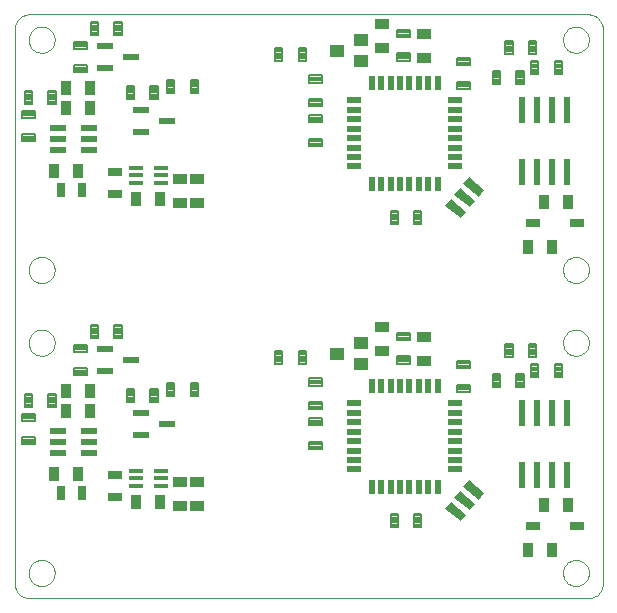
<source format=gtp>
G75*
%MOIN*%
%OFA0B0*%
%FSLAX24Y24*%
%IPPOS*%
%LPD*%
%AMOC8*
5,1,8,0,0,1.08239X$1,22.5*
%
%ADD10C,0.0000*%
%ADD11R,0.0520X0.0220*%
%ADD12R,0.0315X0.0472*%
%ADD13C,0.0079*%
%ADD14R,0.0355X0.0512*%
%ADD15R,0.0450X0.0400*%
%ADD16R,0.0236X0.0866*%
%ADD17R,0.0460X0.0140*%
%ADD18R,0.0472X0.0315*%
%ADD19R,0.0512X0.0355*%
%ADD20R,0.0472X0.0276*%
%ADD21R,0.0276X0.0669*%
%ADD22R,0.0210X0.0500*%
%ADD23R,0.0500X0.0210*%
D10*
X005610Y001350D02*
X005610Y019820D01*
X005612Y019864D01*
X005618Y019907D01*
X005627Y019949D01*
X005640Y019991D01*
X005657Y020031D01*
X005677Y020070D01*
X005700Y020107D01*
X005727Y020141D01*
X005756Y020174D01*
X005789Y020203D01*
X005823Y020230D01*
X005860Y020253D01*
X005899Y020273D01*
X005939Y020290D01*
X005981Y020303D01*
X006023Y020312D01*
X006066Y020318D01*
X006110Y020320D01*
X024716Y020320D01*
X024760Y020318D01*
X024803Y020312D01*
X024845Y020303D01*
X024887Y020290D01*
X024927Y020273D01*
X024966Y020253D01*
X025003Y020230D01*
X025037Y020203D01*
X025070Y020174D01*
X025099Y020141D01*
X025126Y020107D01*
X025149Y020070D01*
X025169Y020031D01*
X025186Y019991D01*
X025199Y019949D01*
X025208Y019907D01*
X025214Y019864D01*
X025216Y019820D01*
X025216Y001350D01*
X025214Y001306D01*
X025208Y001263D01*
X025199Y001221D01*
X025186Y001179D01*
X025169Y001139D01*
X025149Y001100D01*
X025126Y001063D01*
X025099Y001029D01*
X025070Y000996D01*
X025037Y000967D01*
X025003Y000940D01*
X024966Y000917D01*
X024927Y000897D01*
X024887Y000880D01*
X024845Y000867D01*
X024803Y000858D01*
X024760Y000852D01*
X024716Y000850D01*
X006110Y000850D01*
X006066Y000852D01*
X006023Y000858D01*
X005981Y000867D01*
X005939Y000880D01*
X005899Y000897D01*
X005860Y000917D01*
X005823Y000940D01*
X005789Y000967D01*
X005756Y000996D01*
X005727Y001029D01*
X005700Y001063D01*
X005677Y001100D01*
X005657Y001139D01*
X005640Y001179D01*
X005627Y001221D01*
X005618Y001263D01*
X005612Y001306D01*
X005610Y001350D01*
X006075Y001698D02*
X006077Y001739D01*
X006083Y001780D01*
X006093Y001820D01*
X006106Y001859D01*
X006123Y001896D01*
X006144Y001932D01*
X006168Y001966D01*
X006195Y001997D01*
X006224Y002025D01*
X006257Y002051D01*
X006291Y002073D01*
X006328Y002092D01*
X006366Y002107D01*
X006406Y002119D01*
X006446Y002127D01*
X006487Y002131D01*
X006529Y002131D01*
X006570Y002127D01*
X006610Y002119D01*
X006650Y002107D01*
X006688Y002092D01*
X006724Y002073D01*
X006759Y002051D01*
X006792Y002025D01*
X006821Y001997D01*
X006848Y001966D01*
X006872Y001932D01*
X006893Y001896D01*
X006910Y001859D01*
X006923Y001820D01*
X006933Y001780D01*
X006939Y001739D01*
X006941Y001698D01*
X006939Y001657D01*
X006933Y001616D01*
X006923Y001576D01*
X006910Y001537D01*
X006893Y001500D01*
X006872Y001464D01*
X006848Y001430D01*
X006821Y001399D01*
X006792Y001371D01*
X006759Y001345D01*
X006725Y001323D01*
X006688Y001304D01*
X006650Y001289D01*
X006610Y001277D01*
X006570Y001269D01*
X006529Y001265D01*
X006487Y001265D01*
X006446Y001269D01*
X006406Y001277D01*
X006366Y001289D01*
X006328Y001304D01*
X006292Y001323D01*
X006257Y001345D01*
X006224Y001371D01*
X006195Y001399D01*
X006168Y001430D01*
X006144Y001464D01*
X006123Y001500D01*
X006106Y001537D01*
X006093Y001576D01*
X006083Y001616D01*
X006077Y001657D01*
X006075Y001698D01*
X006075Y009372D02*
X006077Y009413D01*
X006083Y009454D01*
X006093Y009494D01*
X006106Y009533D01*
X006123Y009570D01*
X006144Y009606D01*
X006168Y009640D01*
X006195Y009671D01*
X006224Y009699D01*
X006257Y009725D01*
X006291Y009747D01*
X006328Y009766D01*
X006366Y009781D01*
X006406Y009793D01*
X006446Y009801D01*
X006487Y009805D01*
X006529Y009805D01*
X006570Y009801D01*
X006610Y009793D01*
X006650Y009781D01*
X006688Y009766D01*
X006724Y009747D01*
X006759Y009725D01*
X006792Y009699D01*
X006821Y009671D01*
X006848Y009640D01*
X006872Y009606D01*
X006893Y009570D01*
X006910Y009533D01*
X006923Y009494D01*
X006933Y009454D01*
X006939Y009413D01*
X006941Y009372D01*
X006939Y009331D01*
X006933Y009290D01*
X006923Y009250D01*
X006910Y009211D01*
X006893Y009174D01*
X006872Y009138D01*
X006848Y009104D01*
X006821Y009073D01*
X006792Y009045D01*
X006759Y009019D01*
X006725Y008997D01*
X006688Y008978D01*
X006650Y008963D01*
X006610Y008951D01*
X006570Y008943D01*
X006529Y008939D01*
X006487Y008939D01*
X006446Y008943D01*
X006406Y008951D01*
X006366Y008963D01*
X006328Y008978D01*
X006292Y008997D01*
X006257Y009019D01*
X006224Y009045D01*
X006195Y009073D01*
X006168Y009104D01*
X006144Y009138D01*
X006123Y009174D01*
X006106Y009211D01*
X006093Y009250D01*
X006083Y009290D01*
X006077Y009331D01*
X006075Y009372D01*
X006075Y011798D02*
X006077Y011839D01*
X006083Y011880D01*
X006093Y011920D01*
X006106Y011959D01*
X006123Y011996D01*
X006144Y012032D01*
X006168Y012066D01*
X006195Y012097D01*
X006224Y012125D01*
X006257Y012151D01*
X006291Y012173D01*
X006328Y012192D01*
X006366Y012207D01*
X006406Y012219D01*
X006446Y012227D01*
X006487Y012231D01*
X006529Y012231D01*
X006570Y012227D01*
X006610Y012219D01*
X006650Y012207D01*
X006688Y012192D01*
X006724Y012173D01*
X006759Y012151D01*
X006792Y012125D01*
X006821Y012097D01*
X006848Y012066D01*
X006872Y012032D01*
X006893Y011996D01*
X006910Y011959D01*
X006923Y011920D01*
X006933Y011880D01*
X006939Y011839D01*
X006941Y011798D01*
X006939Y011757D01*
X006933Y011716D01*
X006923Y011676D01*
X006910Y011637D01*
X006893Y011600D01*
X006872Y011564D01*
X006848Y011530D01*
X006821Y011499D01*
X006792Y011471D01*
X006759Y011445D01*
X006725Y011423D01*
X006688Y011404D01*
X006650Y011389D01*
X006610Y011377D01*
X006570Y011369D01*
X006529Y011365D01*
X006487Y011365D01*
X006446Y011369D01*
X006406Y011377D01*
X006366Y011389D01*
X006328Y011404D01*
X006292Y011423D01*
X006257Y011445D01*
X006224Y011471D01*
X006195Y011499D01*
X006168Y011530D01*
X006144Y011564D01*
X006123Y011600D01*
X006106Y011637D01*
X006093Y011676D01*
X006083Y011716D01*
X006077Y011757D01*
X006075Y011798D01*
X006075Y019472D02*
X006077Y019513D01*
X006083Y019554D01*
X006093Y019594D01*
X006106Y019633D01*
X006123Y019670D01*
X006144Y019706D01*
X006168Y019740D01*
X006195Y019771D01*
X006224Y019799D01*
X006257Y019825D01*
X006291Y019847D01*
X006328Y019866D01*
X006366Y019881D01*
X006406Y019893D01*
X006446Y019901D01*
X006487Y019905D01*
X006529Y019905D01*
X006570Y019901D01*
X006610Y019893D01*
X006650Y019881D01*
X006688Y019866D01*
X006724Y019847D01*
X006759Y019825D01*
X006792Y019799D01*
X006821Y019771D01*
X006848Y019740D01*
X006872Y019706D01*
X006893Y019670D01*
X006910Y019633D01*
X006923Y019594D01*
X006933Y019554D01*
X006939Y019513D01*
X006941Y019472D01*
X006939Y019431D01*
X006933Y019390D01*
X006923Y019350D01*
X006910Y019311D01*
X006893Y019274D01*
X006872Y019238D01*
X006848Y019204D01*
X006821Y019173D01*
X006792Y019145D01*
X006759Y019119D01*
X006725Y019097D01*
X006688Y019078D01*
X006650Y019063D01*
X006610Y019051D01*
X006570Y019043D01*
X006529Y019039D01*
X006487Y019039D01*
X006446Y019043D01*
X006406Y019051D01*
X006366Y019063D01*
X006328Y019078D01*
X006292Y019097D01*
X006257Y019119D01*
X006224Y019145D01*
X006195Y019173D01*
X006168Y019204D01*
X006144Y019238D01*
X006123Y019274D01*
X006106Y019311D01*
X006093Y019350D01*
X006083Y019390D01*
X006077Y019431D01*
X006075Y019472D01*
X023885Y019472D02*
X023887Y019513D01*
X023893Y019554D01*
X023903Y019594D01*
X023916Y019633D01*
X023933Y019670D01*
X023954Y019706D01*
X023978Y019740D01*
X024005Y019771D01*
X024034Y019799D01*
X024067Y019825D01*
X024101Y019847D01*
X024138Y019866D01*
X024176Y019881D01*
X024216Y019893D01*
X024256Y019901D01*
X024297Y019905D01*
X024339Y019905D01*
X024380Y019901D01*
X024420Y019893D01*
X024460Y019881D01*
X024498Y019866D01*
X024534Y019847D01*
X024569Y019825D01*
X024602Y019799D01*
X024631Y019771D01*
X024658Y019740D01*
X024682Y019706D01*
X024703Y019670D01*
X024720Y019633D01*
X024733Y019594D01*
X024743Y019554D01*
X024749Y019513D01*
X024751Y019472D01*
X024749Y019431D01*
X024743Y019390D01*
X024733Y019350D01*
X024720Y019311D01*
X024703Y019274D01*
X024682Y019238D01*
X024658Y019204D01*
X024631Y019173D01*
X024602Y019145D01*
X024569Y019119D01*
X024535Y019097D01*
X024498Y019078D01*
X024460Y019063D01*
X024420Y019051D01*
X024380Y019043D01*
X024339Y019039D01*
X024297Y019039D01*
X024256Y019043D01*
X024216Y019051D01*
X024176Y019063D01*
X024138Y019078D01*
X024102Y019097D01*
X024067Y019119D01*
X024034Y019145D01*
X024005Y019173D01*
X023978Y019204D01*
X023954Y019238D01*
X023933Y019274D01*
X023916Y019311D01*
X023903Y019350D01*
X023893Y019390D01*
X023887Y019431D01*
X023885Y019472D01*
X023885Y011798D02*
X023887Y011839D01*
X023893Y011880D01*
X023903Y011920D01*
X023916Y011959D01*
X023933Y011996D01*
X023954Y012032D01*
X023978Y012066D01*
X024005Y012097D01*
X024034Y012125D01*
X024067Y012151D01*
X024101Y012173D01*
X024138Y012192D01*
X024176Y012207D01*
X024216Y012219D01*
X024256Y012227D01*
X024297Y012231D01*
X024339Y012231D01*
X024380Y012227D01*
X024420Y012219D01*
X024460Y012207D01*
X024498Y012192D01*
X024534Y012173D01*
X024569Y012151D01*
X024602Y012125D01*
X024631Y012097D01*
X024658Y012066D01*
X024682Y012032D01*
X024703Y011996D01*
X024720Y011959D01*
X024733Y011920D01*
X024743Y011880D01*
X024749Y011839D01*
X024751Y011798D01*
X024749Y011757D01*
X024743Y011716D01*
X024733Y011676D01*
X024720Y011637D01*
X024703Y011600D01*
X024682Y011564D01*
X024658Y011530D01*
X024631Y011499D01*
X024602Y011471D01*
X024569Y011445D01*
X024535Y011423D01*
X024498Y011404D01*
X024460Y011389D01*
X024420Y011377D01*
X024380Y011369D01*
X024339Y011365D01*
X024297Y011365D01*
X024256Y011369D01*
X024216Y011377D01*
X024176Y011389D01*
X024138Y011404D01*
X024102Y011423D01*
X024067Y011445D01*
X024034Y011471D01*
X024005Y011499D01*
X023978Y011530D01*
X023954Y011564D01*
X023933Y011600D01*
X023916Y011637D01*
X023903Y011676D01*
X023893Y011716D01*
X023887Y011757D01*
X023885Y011798D01*
X023885Y009372D02*
X023887Y009413D01*
X023893Y009454D01*
X023903Y009494D01*
X023916Y009533D01*
X023933Y009570D01*
X023954Y009606D01*
X023978Y009640D01*
X024005Y009671D01*
X024034Y009699D01*
X024067Y009725D01*
X024101Y009747D01*
X024138Y009766D01*
X024176Y009781D01*
X024216Y009793D01*
X024256Y009801D01*
X024297Y009805D01*
X024339Y009805D01*
X024380Y009801D01*
X024420Y009793D01*
X024460Y009781D01*
X024498Y009766D01*
X024534Y009747D01*
X024569Y009725D01*
X024602Y009699D01*
X024631Y009671D01*
X024658Y009640D01*
X024682Y009606D01*
X024703Y009570D01*
X024720Y009533D01*
X024733Y009494D01*
X024743Y009454D01*
X024749Y009413D01*
X024751Y009372D01*
X024749Y009331D01*
X024743Y009290D01*
X024733Y009250D01*
X024720Y009211D01*
X024703Y009174D01*
X024682Y009138D01*
X024658Y009104D01*
X024631Y009073D01*
X024602Y009045D01*
X024569Y009019D01*
X024535Y008997D01*
X024498Y008978D01*
X024460Y008963D01*
X024420Y008951D01*
X024380Y008943D01*
X024339Y008939D01*
X024297Y008939D01*
X024256Y008943D01*
X024216Y008951D01*
X024176Y008963D01*
X024138Y008978D01*
X024102Y008997D01*
X024067Y009019D01*
X024034Y009045D01*
X024005Y009073D01*
X023978Y009104D01*
X023954Y009138D01*
X023933Y009174D01*
X023916Y009211D01*
X023903Y009250D01*
X023893Y009290D01*
X023887Y009331D01*
X023885Y009372D01*
X023885Y001698D02*
X023887Y001739D01*
X023893Y001780D01*
X023903Y001820D01*
X023916Y001859D01*
X023933Y001896D01*
X023954Y001932D01*
X023978Y001966D01*
X024005Y001997D01*
X024034Y002025D01*
X024067Y002051D01*
X024101Y002073D01*
X024138Y002092D01*
X024176Y002107D01*
X024216Y002119D01*
X024256Y002127D01*
X024297Y002131D01*
X024339Y002131D01*
X024380Y002127D01*
X024420Y002119D01*
X024460Y002107D01*
X024498Y002092D01*
X024534Y002073D01*
X024569Y002051D01*
X024602Y002025D01*
X024631Y001997D01*
X024658Y001966D01*
X024682Y001932D01*
X024703Y001896D01*
X024720Y001859D01*
X024733Y001820D01*
X024743Y001780D01*
X024749Y001739D01*
X024751Y001698D01*
X024749Y001657D01*
X024743Y001616D01*
X024733Y001576D01*
X024720Y001537D01*
X024703Y001500D01*
X024682Y001464D01*
X024658Y001430D01*
X024631Y001399D01*
X024602Y001371D01*
X024569Y001345D01*
X024535Y001323D01*
X024498Y001304D01*
X024460Y001289D01*
X024420Y001277D01*
X024380Y001269D01*
X024339Y001265D01*
X024297Y001265D01*
X024256Y001269D01*
X024216Y001277D01*
X024176Y001289D01*
X024138Y001304D01*
X024102Y001323D01*
X024067Y001345D01*
X024034Y001371D01*
X024005Y001399D01*
X023978Y001430D01*
X023954Y001464D01*
X023933Y001500D01*
X023916Y001537D01*
X023903Y001576D01*
X023893Y001616D01*
X023887Y001657D01*
X023885Y001698D01*
D11*
X010690Y006650D03*
X009830Y006280D03*
X009830Y007020D03*
X008630Y008430D03*
X008630Y009170D03*
X009490Y008800D03*
X008070Y006420D03*
X008070Y006050D03*
X008070Y005680D03*
X007050Y005680D03*
X007050Y006050D03*
X007050Y006420D03*
X007050Y015780D03*
X007050Y016150D03*
X007050Y016520D03*
X008070Y016520D03*
X008070Y016150D03*
X008070Y015780D03*
X009830Y016380D03*
X009830Y017120D03*
X010690Y016750D03*
X008630Y018530D03*
X008630Y019270D03*
X009490Y018900D03*
D12*
X007864Y014450D03*
X007156Y014450D03*
X007156Y004350D03*
X007864Y004350D03*
D13*
X005843Y005988D02*
X005843Y006224D01*
X006277Y006224D01*
X006277Y005988D01*
X005843Y005988D01*
X005843Y006066D02*
X006277Y006066D01*
X006277Y006144D02*
X005843Y006144D01*
X005843Y006222D02*
X006277Y006222D01*
X005843Y006776D02*
X005843Y007012D01*
X006277Y007012D01*
X006277Y006776D01*
X005843Y006776D01*
X005843Y006854D02*
X006277Y006854D01*
X006277Y006932D02*
X005843Y006932D01*
X005843Y007010D02*
X006277Y007010D01*
X006184Y007233D02*
X005948Y007233D01*
X005948Y007667D01*
X006184Y007667D01*
X006184Y007233D01*
X006184Y007311D02*
X005948Y007311D01*
X005948Y007389D02*
X006184Y007389D01*
X006184Y007467D02*
X005948Y007467D01*
X005948Y007545D02*
X006184Y007545D01*
X006184Y007623D02*
X005948Y007623D01*
X006736Y007233D02*
X006972Y007233D01*
X006736Y007233D02*
X006736Y007667D01*
X006972Y007667D01*
X006972Y007233D01*
X006972Y007311D02*
X006736Y007311D01*
X006736Y007389D02*
X006972Y007389D01*
X006972Y007467D02*
X006736Y007467D01*
X006736Y007545D02*
X006972Y007545D01*
X006972Y007623D02*
X006736Y007623D01*
X007593Y008288D02*
X007593Y008524D01*
X008027Y008524D01*
X008027Y008288D01*
X007593Y008288D01*
X007593Y008366D02*
X008027Y008366D01*
X008027Y008444D02*
X007593Y008444D01*
X007593Y008522D02*
X008027Y008522D01*
X007593Y009076D02*
X007593Y009312D01*
X008027Y009312D01*
X008027Y009076D01*
X007593Y009076D01*
X007593Y009154D02*
X008027Y009154D01*
X008027Y009232D02*
X007593Y009232D01*
X007593Y009310D02*
X008027Y009310D01*
X008148Y009967D02*
X008384Y009967D01*
X008384Y009533D01*
X008148Y009533D01*
X008148Y009967D01*
X008148Y009611D02*
X008384Y009611D01*
X008384Y009689D02*
X008148Y009689D01*
X008148Y009767D02*
X008384Y009767D01*
X008384Y009845D02*
X008148Y009845D01*
X008148Y009923D02*
X008384Y009923D01*
X008936Y009967D02*
X009172Y009967D01*
X009172Y009533D01*
X008936Y009533D01*
X008936Y009967D01*
X008936Y009611D02*
X009172Y009611D01*
X009172Y009689D02*
X008936Y009689D01*
X008936Y009767D02*
X009172Y009767D01*
X009172Y009845D02*
X008936Y009845D01*
X008936Y009923D02*
X009172Y009923D01*
X010698Y008017D02*
X010934Y008017D01*
X010934Y007583D01*
X010698Y007583D01*
X010698Y008017D01*
X010698Y007661D02*
X010934Y007661D01*
X010934Y007739D02*
X010698Y007739D01*
X010698Y007817D02*
X010934Y007817D01*
X010934Y007895D02*
X010698Y007895D01*
X010698Y007973D02*
X010934Y007973D01*
X011486Y008017D02*
X011722Y008017D01*
X011722Y007583D01*
X011486Y007583D01*
X011486Y008017D01*
X011486Y007661D02*
X011722Y007661D01*
X011722Y007739D02*
X011486Y007739D01*
X011486Y007817D02*
X011722Y007817D01*
X011722Y007895D02*
X011486Y007895D01*
X011486Y007973D02*
X011722Y007973D01*
X010372Y007817D02*
X010136Y007817D01*
X010372Y007817D02*
X010372Y007383D01*
X010136Y007383D01*
X010136Y007817D01*
X010136Y007461D02*
X010372Y007461D01*
X010372Y007539D02*
X010136Y007539D01*
X010136Y007617D02*
X010372Y007617D01*
X010372Y007695D02*
X010136Y007695D01*
X010136Y007773D02*
X010372Y007773D01*
X009584Y007817D02*
X009348Y007817D01*
X009584Y007817D02*
X009584Y007383D01*
X009348Y007383D01*
X009348Y007817D01*
X009348Y007461D02*
X009584Y007461D01*
X009584Y007539D02*
X009348Y007539D01*
X009348Y007617D02*
X009584Y007617D01*
X009584Y007695D02*
X009348Y007695D01*
X009348Y007773D02*
X009584Y007773D01*
X014288Y008673D02*
X014524Y008673D01*
X014288Y008673D02*
X014288Y009107D01*
X014524Y009107D01*
X014524Y008673D01*
X014524Y008751D02*
X014288Y008751D01*
X014288Y008829D02*
X014524Y008829D01*
X014524Y008907D02*
X014288Y008907D01*
X014288Y008985D02*
X014524Y008985D01*
X014524Y009063D02*
X014288Y009063D01*
X015076Y008673D02*
X015312Y008673D01*
X015076Y008673D02*
X015076Y009107D01*
X015312Y009107D01*
X015312Y008673D01*
X015312Y008751D02*
X015076Y008751D01*
X015076Y008829D02*
X015312Y008829D01*
X015312Y008907D02*
X015076Y008907D01*
X015076Y008985D02*
X015312Y008985D01*
X015312Y009063D02*
X015076Y009063D01*
X015433Y008182D02*
X015433Y007946D01*
X015433Y008182D02*
X015867Y008182D01*
X015867Y007946D01*
X015433Y007946D01*
X015433Y008024D02*
X015867Y008024D01*
X015867Y008102D02*
X015433Y008102D01*
X015433Y008180D02*
X015867Y008180D01*
X015433Y007394D02*
X015433Y007158D01*
X015433Y007394D02*
X015867Y007394D01*
X015867Y007158D01*
X015433Y007158D01*
X015433Y007236D02*
X015867Y007236D01*
X015867Y007314D02*
X015433Y007314D01*
X015433Y007392D02*
X015867Y007392D01*
X015857Y006852D02*
X015857Y006616D01*
X015423Y006616D01*
X015423Y006852D01*
X015857Y006852D01*
X015857Y006694D02*
X015423Y006694D01*
X015423Y006772D02*
X015857Y006772D01*
X015857Y006850D02*
X015423Y006850D01*
X015857Y006064D02*
X015857Y005828D01*
X015423Y005828D01*
X015423Y006064D01*
X015857Y006064D01*
X015857Y005906D02*
X015423Y005906D01*
X015423Y005984D02*
X015857Y005984D01*
X015857Y006062D02*
X015423Y006062D01*
X018138Y003233D02*
X018374Y003233D01*
X018138Y003233D02*
X018138Y003667D01*
X018374Y003667D01*
X018374Y003233D01*
X018374Y003311D02*
X018138Y003311D01*
X018138Y003389D02*
X018374Y003389D01*
X018374Y003467D02*
X018138Y003467D01*
X018138Y003545D02*
X018374Y003545D01*
X018374Y003623D02*
X018138Y003623D01*
X018926Y003233D02*
X019162Y003233D01*
X018926Y003233D02*
X018926Y003667D01*
X019162Y003667D01*
X019162Y003233D01*
X019162Y003311D02*
X018926Y003311D01*
X018926Y003389D02*
X019162Y003389D01*
X019162Y003467D02*
X018926Y003467D01*
X018926Y003545D02*
X019162Y003545D01*
X019162Y003623D02*
X018926Y003623D01*
X020777Y007738D02*
X020777Y007974D01*
X020777Y007738D02*
X020343Y007738D01*
X020343Y007974D01*
X020777Y007974D01*
X020777Y007816D02*
X020343Y007816D01*
X020343Y007894D02*
X020777Y007894D01*
X020777Y007972D02*
X020343Y007972D01*
X020777Y008526D02*
X020777Y008762D01*
X020777Y008526D02*
X020343Y008526D01*
X020343Y008762D01*
X020777Y008762D01*
X020777Y008604D02*
X020343Y008604D01*
X020343Y008682D02*
X020777Y008682D01*
X020777Y008760D02*
X020343Y008760D01*
X021548Y008317D02*
X021784Y008317D01*
X021784Y007883D01*
X021548Y007883D01*
X021548Y008317D01*
X021548Y007961D02*
X021784Y007961D01*
X021784Y008039D02*
X021548Y008039D01*
X021548Y008117D02*
X021784Y008117D01*
X021784Y008195D02*
X021548Y008195D01*
X021548Y008273D02*
X021784Y008273D01*
X022336Y008317D02*
X022572Y008317D01*
X022572Y007883D01*
X022336Y007883D01*
X022336Y008317D01*
X022336Y007961D02*
X022572Y007961D01*
X022572Y008039D02*
X022336Y008039D01*
X022336Y008117D02*
X022572Y008117D01*
X022572Y008195D02*
X022336Y008195D01*
X022336Y008273D02*
X022572Y008273D01*
X022828Y008657D02*
X023064Y008657D01*
X023064Y008223D01*
X022828Y008223D01*
X022828Y008657D01*
X022828Y008301D02*
X023064Y008301D01*
X023064Y008379D02*
X022828Y008379D01*
X022828Y008457D02*
X023064Y008457D01*
X023064Y008535D02*
X022828Y008535D01*
X022828Y008613D02*
X023064Y008613D01*
X022992Y009337D02*
X022756Y009337D01*
X022992Y009337D02*
X022992Y008903D01*
X022756Y008903D01*
X022756Y009337D01*
X022756Y008981D02*
X022992Y008981D01*
X022992Y009059D02*
X022756Y009059D01*
X022756Y009137D02*
X022992Y009137D01*
X022992Y009215D02*
X022756Y009215D01*
X022756Y009293D02*
X022992Y009293D01*
X022204Y009337D02*
X021968Y009337D01*
X022204Y009337D02*
X022204Y008903D01*
X021968Y008903D01*
X021968Y009337D01*
X021968Y008981D02*
X022204Y008981D01*
X022204Y009059D02*
X021968Y009059D01*
X021968Y009137D02*
X022204Y009137D01*
X022204Y009215D02*
X021968Y009215D01*
X021968Y009293D02*
X022204Y009293D01*
X023616Y008657D02*
X023852Y008657D01*
X023852Y008223D01*
X023616Y008223D01*
X023616Y008657D01*
X023616Y008301D02*
X023852Y008301D01*
X023852Y008379D02*
X023616Y008379D01*
X023616Y008457D02*
X023852Y008457D01*
X023852Y008535D02*
X023616Y008535D01*
X023616Y008613D02*
X023852Y008613D01*
X018777Y008678D02*
X018777Y008914D01*
X018777Y008678D02*
X018343Y008678D01*
X018343Y008914D01*
X018777Y008914D01*
X018777Y008756D02*
X018343Y008756D01*
X018343Y008834D02*
X018777Y008834D01*
X018777Y008912D02*
X018343Y008912D01*
X018777Y009466D02*
X018777Y009702D01*
X018777Y009466D02*
X018343Y009466D01*
X018343Y009702D01*
X018777Y009702D01*
X018777Y009544D02*
X018343Y009544D01*
X018343Y009622D02*
X018777Y009622D01*
X018777Y009700D02*
X018343Y009700D01*
X018374Y013333D02*
X018138Y013333D01*
X018138Y013767D01*
X018374Y013767D01*
X018374Y013333D01*
X018374Y013411D02*
X018138Y013411D01*
X018138Y013489D02*
X018374Y013489D01*
X018374Y013567D02*
X018138Y013567D01*
X018138Y013645D02*
X018374Y013645D01*
X018374Y013723D02*
X018138Y013723D01*
X018926Y013333D02*
X019162Y013333D01*
X018926Y013333D02*
X018926Y013767D01*
X019162Y013767D01*
X019162Y013333D01*
X019162Y013411D02*
X018926Y013411D01*
X018926Y013489D02*
X019162Y013489D01*
X019162Y013567D02*
X018926Y013567D01*
X018926Y013645D02*
X019162Y013645D01*
X019162Y013723D02*
X018926Y013723D01*
X015857Y015928D02*
X015857Y016164D01*
X015857Y015928D02*
X015423Y015928D01*
X015423Y016164D01*
X015857Y016164D01*
X015857Y016006D02*
X015423Y016006D01*
X015423Y016084D02*
X015857Y016084D01*
X015857Y016162D02*
X015423Y016162D01*
X015857Y016716D02*
X015857Y016952D01*
X015857Y016716D02*
X015423Y016716D01*
X015423Y016952D01*
X015857Y016952D01*
X015857Y016794D02*
X015423Y016794D01*
X015423Y016872D02*
X015857Y016872D01*
X015857Y016950D02*
X015423Y016950D01*
X015433Y017258D02*
X015433Y017494D01*
X015867Y017494D01*
X015867Y017258D01*
X015433Y017258D01*
X015433Y017336D02*
X015867Y017336D01*
X015867Y017414D02*
X015433Y017414D01*
X015433Y017492D02*
X015867Y017492D01*
X015433Y018046D02*
X015433Y018282D01*
X015867Y018282D01*
X015867Y018046D01*
X015433Y018046D01*
X015433Y018124D02*
X015867Y018124D01*
X015867Y018202D02*
X015433Y018202D01*
X015433Y018280D02*
X015867Y018280D01*
X015312Y018773D02*
X015076Y018773D01*
X015076Y019207D01*
X015312Y019207D01*
X015312Y018773D01*
X015312Y018851D02*
X015076Y018851D01*
X015076Y018929D02*
X015312Y018929D01*
X015312Y019007D02*
X015076Y019007D01*
X015076Y019085D02*
X015312Y019085D01*
X015312Y019163D02*
X015076Y019163D01*
X014524Y018773D02*
X014288Y018773D01*
X014288Y019207D01*
X014524Y019207D01*
X014524Y018773D01*
X014524Y018851D02*
X014288Y018851D01*
X014288Y018929D02*
X014524Y018929D01*
X014524Y019007D02*
X014288Y019007D01*
X014288Y019085D02*
X014524Y019085D01*
X014524Y019163D02*
X014288Y019163D01*
X011722Y018117D02*
X011486Y018117D01*
X011722Y018117D02*
X011722Y017683D01*
X011486Y017683D01*
X011486Y018117D01*
X011486Y017761D02*
X011722Y017761D01*
X011722Y017839D02*
X011486Y017839D01*
X011486Y017917D02*
X011722Y017917D01*
X011722Y017995D02*
X011486Y017995D01*
X011486Y018073D02*
X011722Y018073D01*
X010934Y018117D02*
X010698Y018117D01*
X010934Y018117D02*
X010934Y017683D01*
X010698Y017683D01*
X010698Y018117D01*
X010698Y017761D02*
X010934Y017761D01*
X010934Y017839D02*
X010698Y017839D01*
X010698Y017917D02*
X010934Y017917D01*
X010934Y017995D02*
X010698Y017995D01*
X010698Y018073D02*
X010934Y018073D01*
X010372Y017917D02*
X010136Y017917D01*
X010372Y017917D02*
X010372Y017483D01*
X010136Y017483D01*
X010136Y017917D01*
X010136Y017561D02*
X010372Y017561D01*
X010372Y017639D02*
X010136Y017639D01*
X010136Y017717D02*
X010372Y017717D01*
X010372Y017795D02*
X010136Y017795D01*
X010136Y017873D02*
X010372Y017873D01*
X009584Y017917D02*
X009348Y017917D01*
X009584Y017917D02*
X009584Y017483D01*
X009348Y017483D01*
X009348Y017917D01*
X009348Y017561D02*
X009584Y017561D01*
X009584Y017639D02*
X009348Y017639D01*
X009348Y017717D02*
X009584Y017717D01*
X009584Y017795D02*
X009348Y017795D01*
X009348Y017873D02*
X009584Y017873D01*
X007593Y018388D02*
X007593Y018624D01*
X008027Y018624D01*
X008027Y018388D01*
X007593Y018388D01*
X007593Y018466D02*
X008027Y018466D01*
X008027Y018544D02*
X007593Y018544D01*
X007593Y018622D02*
X008027Y018622D01*
X007593Y019176D02*
X007593Y019412D01*
X008027Y019412D01*
X008027Y019176D01*
X007593Y019176D01*
X007593Y019254D02*
X008027Y019254D01*
X008027Y019332D02*
X007593Y019332D01*
X007593Y019410D02*
X008027Y019410D01*
X008148Y020067D02*
X008384Y020067D01*
X008384Y019633D01*
X008148Y019633D01*
X008148Y020067D01*
X008148Y019711D02*
X008384Y019711D01*
X008384Y019789D02*
X008148Y019789D01*
X008148Y019867D02*
X008384Y019867D01*
X008384Y019945D02*
X008148Y019945D01*
X008148Y020023D02*
X008384Y020023D01*
X008936Y020067D02*
X009172Y020067D01*
X009172Y019633D01*
X008936Y019633D01*
X008936Y020067D01*
X008936Y019711D02*
X009172Y019711D01*
X009172Y019789D02*
X008936Y019789D01*
X008936Y019867D02*
X009172Y019867D01*
X009172Y019945D02*
X008936Y019945D01*
X008936Y020023D02*
X009172Y020023D01*
X006972Y017333D02*
X006736Y017333D01*
X006736Y017767D01*
X006972Y017767D01*
X006972Y017333D01*
X006972Y017411D02*
X006736Y017411D01*
X006736Y017489D02*
X006972Y017489D01*
X006972Y017567D02*
X006736Y017567D01*
X006736Y017645D02*
X006972Y017645D01*
X006972Y017723D02*
X006736Y017723D01*
X006184Y017333D02*
X005948Y017333D01*
X005948Y017767D01*
X006184Y017767D01*
X006184Y017333D01*
X006184Y017411D02*
X005948Y017411D01*
X005948Y017489D02*
X006184Y017489D01*
X006184Y017567D02*
X005948Y017567D01*
X005948Y017645D02*
X006184Y017645D01*
X006184Y017723D02*
X005948Y017723D01*
X005843Y017112D02*
X005843Y016876D01*
X005843Y017112D02*
X006277Y017112D01*
X006277Y016876D01*
X005843Y016876D01*
X005843Y016954D02*
X006277Y016954D01*
X006277Y017032D02*
X005843Y017032D01*
X005843Y017110D02*
X006277Y017110D01*
X005843Y016324D02*
X005843Y016088D01*
X005843Y016324D02*
X006277Y016324D01*
X006277Y016088D01*
X005843Y016088D01*
X005843Y016166D02*
X006277Y016166D01*
X006277Y016244D02*
X005843Y016244D01*
X005843Y016322D02*
X006277Y016322D01*
X018777Y018778D02*
X018777Y019014D01*
X018777Y018778D02*
X018343Y018778D01*
X018343Y019014D01*
X018777Y019014D01*
X018777Y018856D02*
X018343Y018856D01*
X018343Y018934D02*
X018777Y018934D01*
X018777Y019012D02*
X018343Y019012D01*
X018777Y019566D02*
X018777Y019802D01*
X018777Y019566D02*
X018343Y019566D01*
X018343Y019802D01*
X018777Y019802D01*
X018777Y019644D02*
X018343Y019644D01*
X018343Y019722D02*
X018777Y019722D01*
X018777Y019800D02*
X018343Y019800D01*
X020777Y018862D02*
X020777Y018626D01*
X020343Y018626D01*
X020343Y018862D01*
X020777Y018862D01*
X020777Y018704D02*
X020343Y018704D01*
X020343Y018782D02*
X020777Y018782D01*
X020777Y018860D02*
X020343Y018860D01*
X020777Y018074D02*
X020777Y017838D01*
X020343Y017838D01*
X020343Y018074D01*
X020777Y018074D01*
X020777Y017916D02*
X020343Y017916D01*
X020343Y017994D02*
X020777Y017994D01*
X020777Y018072D02*
X020343Y018072D01*
X021548Y018417D02*
X021784Y018417D01*
X021784Y017983D01*
X021548Y017983D01*
X021548Y018417D01*
X021548Y018061D02*
X021784Y018061D01*
X021784Y018139D02*
X021548Y018139D01*
X021548Y018217D02*
X021784Y018217D01*
X021784Y018295D02*
X021548Y018295D01*
X021548Y018373D02*
X021784Y018373D01*
X022336Y018417D02*
X022572Y018417D01*
X022572Y017983D01*
X022336Y017983D01*
X022336Y018417D01*
X022336Y018061D02*
X022572Y018061D01*
X022572Y018139D02*
X022336Y018139D01*
X022336Y018217D02*
X022572Y018217D01*
X022572Y018295D02*
X022336Y018295D01*
X022336Y018373D02*
X022572Y018373D01*
X022828Y018757D02*
X023064Y018757D01*
X023064Y018323D01*
X022828Y018323D01*
X022828Y018757D01*
X022828Y018401D02*
X023064Y018401D01*
X023064Y018479D02*
X022828Y018479D01*
X022828Y018557D02*
X023064Y018557D01*
X023064Y018635D02*
X022828Y018635D01*
X022828Y018713D02*
X023064Y018713D01*
X022992Y019437D02*
X022756Y019437D01*
X022992Y019437D02*
X022992Y019003D01*
X022756Y019003D01*
X022756Y019437D01*
X022756Y019081D02*
X022992Y019081D01*
X022992Y019159D02*
X022756Y019159D01*
X022756Y019237D02*
X022992Y019237D01*
X022992Y019315D02*
X022756Y019315D01*
X022756Y019393D02*
X022992Y019393D01*
X022204Y019437D02*
X021968Y019437D01*
X022204Y019437D02*
X022204Y019003D01*
X021968Y019003D01*
X021968Y019437D01*
X021968Y019081D02*
X022204Y019081D01*
X022204Y019159D02*
X021968Y019159D01*
X021968Y019237D02*
X022204Y019237D01*
X022204Y019315D02*
X021968Y019315D01*
X021968Y019393D02*
X022204Y019393D01*
X023616Y018757D02*
X023852Y018757D01*
X023852Y018323D01*
X023616Y018323D01*
X023616Y018757D01*
X023616Y018401D02*
X023852Y018401D01*
X023852Y018479D02*
X023616Y018479D01*
X023616Y018557D02*
X023852Y018557D01*
X023852Y018635D02*
X023616Y018635D01*
X023616Y018713D02*
X023852Y018713D01*
D14*
X024054Y014050D03*
X023266Y014050D03*
X023504Y012550D03*
X022716Y012550D03*
X023266Y003950D03*
X024054Y003950D03*
X023504Y002450D03*
X022716Y002450D03*
X010454Y004050D03*
X009666Y004050D03*
X007704Y005000D03*
X006916Y005000D03*
X007316Y007100D03*
X007316Y007750D03*
X008104Y007750D03*
X008104Y007100D03*
X009666Y014150D03*
X010454Y014150D03*
X007704Y015100D03*
X006916Y015100D03*
X007316Y017200D03*
X007316Y017850D03*
X008104Y017850D03*
X008104Y017200D03*
D15*
X016360Y019100D03*
X017160Y018750D03*
X017160Y019450D03*
X017160Y009350D03*
X017160Y008650D03*
X016360Y009000D03*
D16*
X022510Y007024D03*
X023010Y007024D03*
X023510Y007024D03*
X024010Y007024D03*
X024010Y004976D03*
X023510Y004976D03*
X023010Y004976D03*
X022510Y004976D03*
X022510Y015076D03*
X023010Y015076D03*
X023510Y015076D03*
X024010Y015076D03*
X024010Y017124D03*
X023510Y017124D03*
X023010Y017124D03*
X022510Y017124D03*
D17*
X010470Y015210D03*
X010470Y014950D03*
X010470Y014690D03*
X009650Y014690D03*
X009650Y014950D03*
X009650Y015210D03*
X009650Y005110D03*
X009650Y004850D03*
X009650Y004590D03*
X010470Y004590D03*
X010470Y004850D03*
X010470Y005110D03*
D18*
X008960Y004954D03*
X008960Y004246D03*
X008960Y014346D03*
X008960Y015054D03*
D19*
X011110Y014814D03*
X011690Y014814D03*
X011690Y014026D03*
X011110Y014026D03*
X017860Y009894D03*
X017860Y009106D03*
X019260Y008776D03*
X019260Y009564D03*
X011690Y004714D03*
X011110Y004714D03*
X011110Y003926D03*
X011690Y003926D03*
X019260Y018876D03*
X019260Y019664D03*
X017860Y019994D03*
X017860Y019206D03*
D20*
X022882Y013350D03*
X024338Y013350D03*
X024338Y003250D03*
X022882Y003250D03*
D21*
G36*
X021257Y004356D02*
X021081Y004144D01*
X020569Y004570D01*
X020745Y004782D01*
X021257Y004356D01*
G37*
G36*
X020954Y003993D02*
X020778Y003781D01*
X020266Y004207D01*
X020442Y004419D01*
X020954Y003993D01*
G37*
G36*
X020652Y003630D02*
X020476Y003418D01*
X019964Y003844D01*
X020140Y004056D01*
X020652Y003630D01*
G37*
G36*
X020652Y013730D02*
X020476Y013518D01*
X019964Y013944D01*
X020140Y014156D01*
X020652Y013730D01*
G37*
G36*
X020954Y014093D02*
X020778Y013881D01*
X020266Y014307D01*
X020442Y014519D01*
X020954Y014093D01*
G37*
G36*
X021257Y014456D02*
X021081Y014244D01*
X020569Y014670D01*
X020745Y014882D01*
X021257Y014456D01*
G37*
D22*
X019712Y014660D03*
X019398Y014660D03*
X019083Y014660D03*
X018768Y014660D03*
X018453Y014660D03*
X018138Y014660D03*
X017823Y014660D03*
X017508Y014660D03*
X017508Y018040D03*
X017823Y018040D03*
X018138Y018040D03*
X018453Y018040D03*
X018768Y018040D03*
X019083Y018040D03*
X019398Y018040D03*
X019712Y018040D03*
X019712Y007940D03*
X019398Y007940D03*
X019083Y007940D03*
X018768Y007940D03*
X018453Y007940D03*
X018138Y007940D03*
X017823Y007940D03*
X017508Y007940D03*
X017508Y004560D03*
X017823Y004560D03*
X018138Y004560D03*
X018453Y004560D03*
X018768Y004560D03*
X019083Y004560D03*
X019398Y004560D03*
X019712Y004560D03*
D23*
X020300Y005148D03*
X020300Y005463D03*
X020300Y005778D03*
X020300Y006093D03*
X020300Y006407D03*
X020300Y006722D03*
X020300Y007037D03*
X020300Y007352D03*
X016920Y007352D03*
X016920Y007037D03*
X016920Y006722D03*
X016920Y006407D03*
X016920Y006093D03*
X016920Y005778D03*
X016920Y005463D03*
X016920Y005148D03*
X016920Y015248D03*
X016920Y015563D03*
X016920Y015878D03*
X016920Y016193D03*
X016920Y016507D03*
X016920Y016822D03*
X016920Y017137D03*
X016920Y017452D03*
X020300Y017452D03*
X020300Y017137D03*
X020300Y016822D03*
X020300Y016507D03*
X020300Y016193D03*
X020300Y015878D03*
X020300Y015563D03*
X020300Y015248D03*
M02*

</source>
